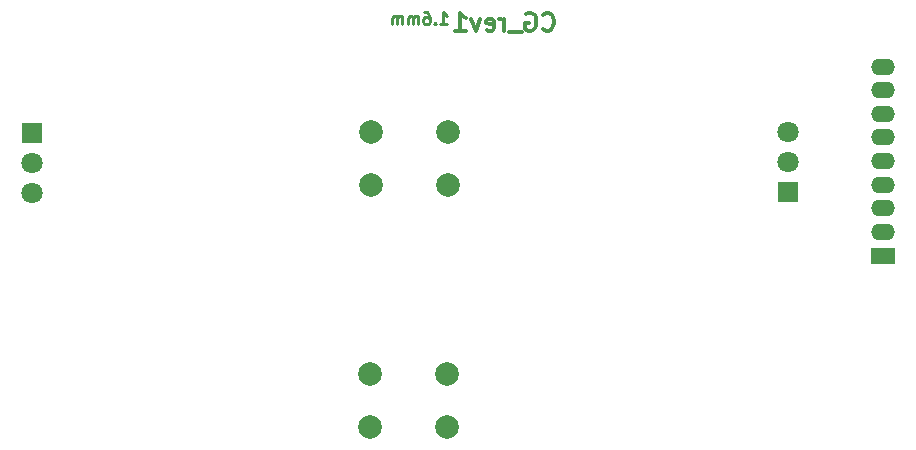
<source format=gbr>
%TF.GenerationSoftware,KiCad,Pcbnew,8.0.3*%
%TF.CreationDate,2024-07-06T19:28:03+01:00*%
%TF.ProjectId,XBox button board_no_LAN-HDD_all tracks front,58426f78-2062-4757-9474-6f6e20626f61,rev?*%
%TF.SameCoordinates,Original*%
%TF.FileFunction,Copper,L2,Bot*%
%TF.FilePolarity,Positive*%
%FSLAX46Y46*%
G04 Gerber Fmt 4.6, Leading zero omitted, Abs format (unit mm)*
G04 Created by KiCad (PCBNEW 8.0.3) date 2024-07-06 19:28:03*
%MOMM*%
%LPD*%
G01*
G04 APERTURE LIST*
%ADD10C,0.300000*%
%TA.AperFunction,NonConductor*%
%ADD11C,0.300000*%
%TD*%
%ADD12C,0.250000*%
%TA.AperFunction,NonConductor*%
%ADD13C,0.250000*%
%TD*%
%TA.AperFunction,ComponentPad*%
%ADD14C,2.000000*%
%TD*%
%TA.AperFunction,ComponentPad*%
%ADD15R,1.800000X1.800000*%
%TD*%
%TA.AperFunction,ComponentPad*%
%ADD16C,1.800000*%
%TD*%
%TA.AperFunction,ComponentPad*%
%ADD17R,2.000000X1.400000*%
%TD*%
%TA.AperFunction,ComponentPad*%
%ADD18O,2.000000X1.400000*%
%TD*%
G04 APERTURE END LIST*
D10*
D11*
X155549176Y-81507971D02*
X155620604Y-81579400D01*
X155620604Y-81579400D02*
X155834890Y-81650828D01*
X155834890Y-81650828D02*
X155977747Y-81650828D01*
X155977747Y-81650828D02*
X156192033Y-81579400D01*
X156192033Y-81579400D02*
X156334890Y-81436542D01*
X156334890Y-81436542D02*
X156406319Y-81293685D01*
X156406319Y-81293685D02*
X156477747Y-81007971D01*
X156477747Y-81007971D02*
X156477747Y-80793685D01*
X156477747Y-80793685D02*
X156406319Y-80507971D01*
X156406319Y-80507971D02*
X156334890Y-80365114D01*
X156334890Y-80365114D02*
X156192033Y-80222257D01*
X156192033Y-80222257D02*
X155977747Y-80150828D01*
X155977747Y-80150828D02*
X155834890Y-80150828D01*
X155834890Y-80150828D02*
X155620604Y-80222257D01*
X155620604Y-80222257D02*
X155549176Y-80293685D01*
X154120604Y-80222257D02*
X154263462Y-80150828D01*
X154263462Y-80150828D02*
X154477747Y-80150828D01*
X154477747Y-80150828D02*
X154692033Y-80222257D01*
X154692033Y-80222257D02*
X154834890Y-80365114D01*
X154834890Y-80365114D02*
X154906319Y-80507971D01*
X154906319Y-80507971D02*
X154977747Y-80793685D01*
X154977747Y-80793685D02*
X154977747Y-81007971D01*
X154977747Y-81007971D02*
X154906319Y-81293685D01*
X154906319Y-81293685D02*
X154834890Y-81436542D01*
X154834890Y-81436542D02*
X154692033Y-81579400D01*
X154692033Y-81579400D02*
X154477747Y-81650828D01*
X154477747Y-81650828D02*
X154334890Y-81650828D01*
X154334890Y-81650828D02*
X154120604Y-81579400D01*
X154120604Y-81579400D02*
X154049176Y-81507971D01*
X154049176Y-81507971D02*
X154049176Y-81007971D01*
X154049176Y-81007971D02*
X154334890Y-81007971D01*
X153763462Y-81793685D02*
X152620604Y-81793685D01*
X152263462Y-81650828D02*
X152263462Y-80650828D01*
X152263462Y-80936542D02*
X152192033Y-80793685D01*
X152192033Y-80793685D02*
X152120605Y-80722257D01*
X152120605Y-80722257D02*
X151977747Y-80650828D01*
X151977747Y-80650828D02*
X151834890Y-80650828D01*
X150763462Y-81579400D02*
X150906319Y-81650828D01*
X150906319Y-81650828D02*
X151192034Y-81650828D01*
X151192034Y-81650828D02*
X151334891Y-81579400D01*
X151334891Y-81579400D02*
X151406319Y-81436542D01*
X151406319Y-81436542D02*
X151406319Y-80865114D01*
X151406319Y-80865114D02*
X151334891Y-80722257D01*
X151334891Y-80722257D02*
X151192034Y-80650828D01*
X151192034Y-80650828D02*
X150906319Y-80650828D01*
X150906319Y-80650828D02*
X150763462Y-80722257D01*
X150763462Y-80722257D02*
X150692034Y-80865114D01*
X150692034Y-80865114D02*
X150692034Y-81007971D01*
X150692034Y-81007971D02*
X151406319Y-81150828D01*
X150192034Y-80650828D02*
X149834891Y-81650828D01*
X149834891Y-81650828D02*
X149477748Y-80650828D01*
X148120605Y-81650828D02*
X148977748Y-81650828D01*
X148549177Y-81650828D02*
X148549177Y-80150828D01*
X148549177Y-80150828D02*
X148692034Y-80365114D01*
X148692034Y-80365114D02*
X148834891Y-80507971D01*
X148834891Y-80507971D02*
X148977748Y-80579400D01*
D12*
D13*
X146823622Y-81114619D02*
X147395050Y-81114619D01*
X147109336Y-81114619D02*
X147109336Y-80114619D01*
X147109336Y-80114619D02*
X147204574Y-80257476D01*
X147204574Y-80257476D02*
X147299812Y-80352714D01*
X147299812Y-80352714D02*
X147395050Y-80400333D01*
X146395050Y-81019380D02*
X146347431Y-81067000D01*
X146347431Y-81067000D02*
X146395050Y-81114619D01*
X146395050Y-81114619D02*
X146442669Y-81067000D01*
X146442669Y-81067000D02*
X146395050Y-81019380D01*
X146395050Y-81019380D02*
X146395050Y-81114619D01*
X145490289Y-80114619D02*
X145680765Y-80114619D01*
X145680765Y-80114619D02*
X145776003Y-80162238D01*
X145776003Y-80162238D02*
X145823622Y-80209857D01*
X145823622Y-80209857D02*
X145918860Y-80352714D01*
X145918860Y-80352714D02*
X145966479Y-80543190D01*
X145966479Y-80543190D02*
X145966479Y-80924142D01*
X145966479Y-80924142D02*
X145918860Y-81019380D01*
X145918860Y-81019380D02*
X145871241Y-81067000D01*
X145871241Y-81067000D02*
X145776003Y-81114619D01*
X145776003Y-81114619D02*
X145585527Y-81114619D01*
X145585527Y-81114619D02*
X145490289Y-81067000D01*
X145490289Y-81067000D02*
X145442670Y-81019380D01*
X145442670Y-81019380D02*
X145395051Y-80924142D01*
X145395051Y-80924142D02*
X145395051Y-80686047D01*
X145395051Y-80686047D02*
X145442670Y-80590809D01*
X145442670Y-80590809D02*
X145490289Y-80543190D01*
X145490289Y-80543190D02*
X145585527Y-80495571D01*
X145585527Y-80495571D02*
X145776003Y-80495571D01*
X145776003Y-80495571D02*
X145871241Y-80543190D01*
X145871241Y-80543190D02*
X145918860Y-80590809D01*
X145918860Y-80590809D02*
X145966479Y-80686047D01*
X144966479Y-81114619D02*
X144966479Y-80447952D01*
X144966479Y-80543190D02*
X144918860Y-80495571D01*
X144918860Y-80495571D02*
X144823622Y-80447952D01*
X144823622Y-80447952D02*
X144680765Y-80447952D01*
X144680765Y-80447952D02*
X144585527Y-80495571D01*
X144585527Y-80495571D02*
X144537908Y-80590809D01*
X144537908Y-80590809D02*
X144537908Y-81114619D01*
X144537908Y-80590809D02*
X144490289Y-80495571D01*
X144490289Y-80495571D02*
X144395051Y-80447952D01*
X144395051Y-80447952D02*
X144252194Y-80447952D01*
X144252194Y-80447952D02*
X144156955Y-80495571D01*
X144156955Y-80495571D02*
X144109336Y-80590809D01*
X144109336Y-80590809D02*
X144109336Y-81114619D01*
X143633146Y-81114619D02*
X143633146Y-80447952D01*
X143633146Y-80543190D02*
X143585527Y-80495571D01*
X143585527Y-80495571D02*
X143490289Y-80447952D01*
X143490289Y-80447952D02*
X143347432Y-80447952D01*
X143347432Y-80447952D02*
X143252194Y-80495571D01*
X143252194Y-80495571D02*
X143204575Y-80590809D01*
X143204575Y-80590809D02*
X143204575Y-81114619D01*
X143204575Y-80590809D02*
X143156956Y-80495571D01*
X143156956Y-80495571D02*
X143061718Y-80447952D01*
X143061718Y-80447952D02*
X142918861Y-80447952D01*
X142918861Y-80447952D02*
X142823622Y-80495571D01*
X142823622Y-80495571D02*
X142776003Y-80590809D01*
X142776003Y-80590809D02*
X142776003Y-81114619D01*
D14*
%TO.P,EJECT,1,1*%
%TO.N,GND*%
X147510830Y-94700000D03*
X141010830Y-94700000D03*
%TO.P,EJECT,2,2*%
%TO.N,Net-(J1-Pin_4)*%
X147510830Y-90200000D03*
X141010830Y-90200000D03*
%TD*%
D15*
%TO.P,D1,1,A1*%
%TO.N,Net-(D1-A1)*%
X112308830Y-90279000D03*
D16*
%TO.P,D1,2,K*%
%TO.N,GND*%
X112308830Y-92819000D03*
%TO.P,D1,3,A2*%
%TO.N,Net-(D1-A2)*%
X112308830Y-95359000D03*
%TD*%
D17*
%TO.P,J1,1,Pin_1*%
%TO.N,GND*%
X184317830Y-100693000D03*
D18*
%TO.P,J1,2,Pin_2*%
%TO.N,Net-(J1-Pin_2)*%
X184317830Y-98693000D03*
%TO.P,J1,3,Pin_3*%
%TO.N,GND*%
X184317830Y-96693000D03*
%TO.P,J1,4,Pin_4*%
%TO.N,Net-(J1-Pin_4)*%
X184317830Y-94693000D03*
%TO.P,J1,5,Pin_5*%
%TO.N,Net-(D1-A1)*%
X184317830Y-92693000D03*
%TO.P,J1,6,Pin_6*%
%TO.N,Net-(D1-A2)*%
X184317830Y-90693000D03*
%TO.P,J1,7,Pin_7*%
%TO.N,Net-(D2-A2)*%
X184317830Y-88693000D03*
%TO.P,J1,8,Pin_8*%
%TO.N,Net-(D2-A1)*%
X184317830Y-86693000D03*
%TO.P,J1,9,Pin_9*%
%TO.N,unconnected-(J1-Pin_9-Pad9)*%
X184317830Y-84693000D03*
%TD*%
D14*
%TO.P,POWER,1,1*%
%TO.N,GND*%
X140910830Y-110750000D03*
X147410830Y-110750000D03*
%TO.P,POWER,2,2*%
%TO.N,Net-(J1-Pin_2)*%
X140910830Y-115250000D03*
X147410830Y-115250000D03*
%TD*%
D15*
%TO.P,D2,1,A1*%
%TO.N,Net-(D2-A1)*%
X176250000Y-95330000D03*
D16*
%TO.P,D2,2,K*%
%TO.N,GND*%
X176250000Y-92790000D03*
%TO.P,D2,3,A2*%
%TO.N,Net-(D2-A2)*%
X176250000Y-90250000D03*
%TD*%
M02*

</source>
